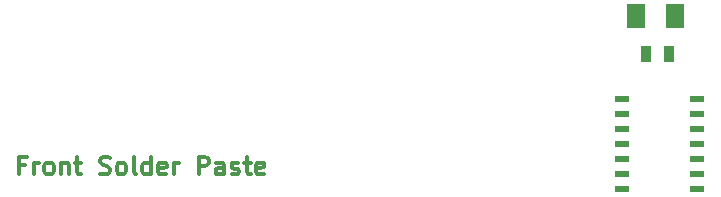
<source format=gtp>
G04 (created by PCBNEW (2013-mar-13)-testing) date Fri 31 May 2013 15:23:22 BST*
%MOIN*%
G04 Gerber Fmt 3.4, Leading zero omitted, Abs format*
%FSLAX34Y34*%
G01*
G70*
G90*
G04 APERTURE LIST*
%ADD10C,0.006000*%
%ADD11C,0.011811*%
%ADD12R,0.035000X0.055000*%
%ADD13R,0.060000X0.080000*%
%ADD14R,0.045000X0.020000*%
G04 APERTURE END LIST*
G54D10*
G54D11*
X28481Y-38766D02*
X28284Y-38766D01*
X28284Y-39076D02*
X28284Y-38485D01*
X28565Y-38485D01*
X28790Y-39076D02*
X28790Y-38682D01*
X28790Y-38794D02*
X28818Y-38738D01*
X28847Y-38710D01*
X28903Y-38682D01*
X28959Y-38682D01*
X29240Y-39076D02*
X29184Y-39048D01*
X29156Y-39019D01*
X29128Y-38963D01*
X29128Y-38794D01*
X29156Y-38738D01*
X29184Y-38710D01*
X29240Y-38682D01*
X29325Y-38682D01*
X29381Y-38710D01*
X29409Y-38738D01*
X29437Y-38794D01*
X29437Y-38963D01*
X29409Y-39019D01*
X29381Y-39048D01*
X29325Y-39076D01*
X29240Y-39076D01*
X29690Y-38682D02*
X29690Y-39076D01*
X29690Y-38738D02*
X29718Y-38710D01*
X29775Y-38682D01*
X29859Y-38682D01*
X29915Y-38710D01*
X29943Y-38766D01*
X29943Y-39076D01*
X30140Y-38682D02*
X30365Y-38682D01*
X30224Y-38485D02*
X30224Y-38991D01*
X30253Y-39048D01*
X30309Y-39076D01*
X30365Y-39076D01*
X30984Y-39048D02*
X31068Y-39076D01*
X31209Y-39076D01*
X31265Y-39048D01*
X31293Y-39019D01*
X31321Y-38963D01*
X31321Y-38907D01*
X31293Y-38851D01*
X31265Y-38823D01*
X31209Y-38794D01*
X31096Y-38766D01*
X31040Y-38738D01*
X31012Y-38710D01*
X30984Y-38654D01*
X30984Y-38598D01*
X31012Y-38541D01*
X31040Y-38513D01*
X31096Y-38485D01*
X31237Y-38485D01*
X31321Y-38513D01*
X31659Y-39076D02*
X31602Y-39048D01*
X31574Y-39019D01*
X31546Y-38963D01*
X31546Y-38794D01*
X31574Y-38738D01*
X31602Y-38710D01*
X31659Y-38682D01*
X31743Y-38682D01*
X31799Y-38710D01*
X31827Y-38738D01*
X31856Y-38794D01*
X31856Y-38963D01*
X31827Y-39019D01*
X31799Y-39048D01*
X31743Y-39076D01*
X31659Y-39076D01*
X32193Y-39076D02*
X32137Y-39048D01*
X32109Y-38991D01*
X32109Y-38485D01*
X32671Y-39076D02*
X32671Y-38485D01*
X32671Y-39048D02*
X32615Y-39076D01*
X32502Y-39076D01*
X32446Y-39048D01*
X32418Y-39019D01*
X32390Y-38963D01*
X32390Y-38794D01*
X32418Y-38738D01*
X32446Y-38710D01*
X32502Y-38682D01*
X32615Y-38682D01*
X32671Y-38710D01*
X33177Y-39048D02*
X33121Y-39076D01*
X33008Y-39076D01*
X32952Y-39048D01*
X32924Y-38991D01*
X32924Y-38766D01*
X32952Y-38710D01*
X33008Y-38682D01*
X33121Y-38682D01*
X33177Y-38710D01*
X33205Y-38766D01*
X33205Y-38823D01*
X32924Y-38879D01*
X33458Y-39076D02*
X33458Y-38682D01*
X33458Y-38794D02*
X33487Y-38738D01*
X33515Y-38710D01*
X33571Y-38682D01*
X33627Y-38682D01*
X34274Y-39076D02*
X34274Y-38485D01*
X34499Y-38485D01*
X34555Y-38513D01*
X34583Y-38541D01*
X34611Y-38598D01*
X34611Y-38682D01*
X34583Y-38738D01*
X34555Y-38766D01*
X34499Y-38794D01*
X34274Y-38794D01*
X35118Y-39076D02*
X35118Y-38766D01*
X35089Y-38710D01*
X35033Y-38682D01*
X34921Y-38682D01*
X34865Y-38710D01*
X35118Y-39048D02*
X35061Y-39076D01*
X34921Y-39076D01*
X34865Y-39048D01*
X34836Y-38991D01*
X34836Y-38935D01*
X34865Y-38879D01*
X34921Y-38851D01*
X35061Y-38851D01*
X35118Y-38823D01*
X35371Y-39048D02*
X35427Y-39076D01*
X35539Y-39076D01*
X35596Y-39048D01*
X35624Y-38991D01*
X35624Y-38963D01*
X35596Y-38907D01*
X35539Y-38879D01*
X35455Y-38879D01*
X35399Y-38851D01*
X35371Y-38794D01*
X35371Y-38766D01*
X35399Y-38710D01*
X35455Y-38682D01*
X35539Y-38682D01*
X35596Y-38710D01*
X35793Y-38682D02*
X36017Y-38682D01*
X35877Y-38485D02*
X35877Y-38991D01*
X35905Y-39048D01*
X35961Y-39076D01*
X36017Y-39076D01*
X36439Y-39048D02*
X36383Y-39076D01*
X36271Y-39076D01*
X36214Y-39048D01*
X36186Y-38991D01*
X36186Y-38766D01*
X36214Y-38710D01*
X36271Y-38682D01*
X36383Y-38682D01*
X36439Y-38710D01*
X36467Y-38766D01*
X36467Y-38823D01*
X36186Y-38879D01*
G54D12*
X49951Y-35059D03*
X49201Y-35059D03*
G54D13*
X50138Y-33809D03*
X48838Y-33809D03*
G54D14*
X48394Y-36570D03*
X48394Y-37070D03*
X48394Y-37570D03*
X48394Y-38070D03*
X48394Y-38570D03*
X48394Y-39070D03*
X48394Y-39570D03*
X50894Y-39570D03*
X50894Y-39070D03*
X50894Y-38070D03*
X50894Y-37570D03*
X50894Y-37070D03*
X50894Y-36570D03*
X50894Y-38570D03*
M02*

</source>
